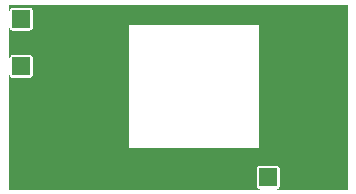
<source format=gbr>
G04 #@! TF.FileFunction,Copper,L2,Bot,Signal*
%FSLAX46Y46*%
G04 Gerber Fmt 4.6, Leading zero omitted, Abs format (unit mm)*
G04 Created by KiCad (PCBNEW 4.0.7) date 01/28/18 01:48:01*
%MOMM*%
%LPD*%
G01*
G04 APERTURE LIST*
%ADD10C,0.100000*%
%ADD11R,1.500000X1.500000*%
%ADD12C,0.508000*%
%ADD13C,0.400000*%
G04 APERTURE END LIST*
D10*
D11*
X129600000Y-83800000D03*
X129600000Y-87800000D03*
X129600000Y-85800000D03*
X152500000Y-97200000D03*
X150500000Y-97200000D03*
D12*
X134800000Y-87100000D03*
X134800000Y-86500000D03*
X134250000Y-87400000D03*
X134800000Y-85900000D03*
X136050000Y-86500000D03*
X135450000Y-86500000D03*
X134300000Y-85500000D03*
X133700000Y-85500000D03*
X133100000Y-85500000D03*
X132500000Y-85500000D03*
X155500000Y-95300000D03*
X154900000Y-95900000D03*
X155500000Y-95900000D03*
X154900000Y-95300000D03*
X156100000Y-95300000D03*
X156100000Y-95900000D03*
X154900000Y-85600000D03*
X153700000Y-85600000D03*
X153100000Y-85000000D03*
X153700000Y-85000000D03*
X154300000Y-85000000D03*
X153100000Y-85600000D03*
X154300000Y-85600000D03*
X155500000Y-85600000D03*
X154900000Y-85000000D03*
X155500000Y-85000000D03*
X133800000Y-96200000D03*
X129200000Y-96200000D03*
X130000000Y-89750000D03*
X131231250Y-92312500D03*
X131943750Y-92312500D03*
X132656250Y-92312500D03*
X133368750Y-92312500D03*
X133368750Y-91487500D03*
X132656250Y-91487500D03*
X131943750Y-91487500D03*
X131231250Y-91487500D03*
D13*
X131250000Y-92300000D02*
X131243750Y-92300000D01*
X131243750Y-92300000D02*
X131231250Y-92312500D01*
X131950000Y-92300000D02*
X131950000Y-92306250D01*
X131950000Y-92306250D02*
X131943750Y-92312500D01*
X132600000Y-92300000D02*
X132643750Y-92300000D01*
X132643750Y-92300000D02*
X132656250Y-92312500D01*
X133356250Y-92300000D02*
X133350000Y-92300000D01*
X133368750Y-92312500D02*
X133356250Y-92300000D01*
X133350000Y-91500000D02*
X133356250Y-91500000D01*
X133356250Y-91500000D02*
X133368750Y-91487500D01*
X132650000Y-91500000D02*
X132650000Y-91493750D01*
X132650000Y-91493750D02*
X132656250Y-91487500D01*
X131950000Y-91500000D02*
X131950000Y-91493750D01*
X131950000Y-91493750D02*
X131943750Y-91487500D01*
X131250000Y-91500000D02*
X131243750Y-91500000D01*
X131243750Y-91500000D02*
X131231250Y-91487500D01*
D10*
G36*
X157200000Y-98200000D02*
X151265160Y-98200000D01*
X151289811Y-98198034D01*
X151357336Y-98177123D01*
X151416362Y-98138228D01*
X151462214Y-98084429D01*
X151491263Y-98019985D01*
X151501209Y-97950000D01*
X151501209Y-96450000D01*
X151498034Y-96410189D01*
X151477123Y-96342664D01*
X151438228Y-96283638D01*
X151384429Y-96237786D01*
X151319985Y-96208737D01*
X151250000Y-96198791D01*
X149750000Y-96198791D01*
X149710189Y-96201966D01*
X149642664Y-96222877D01*
X149583638Y-96261772D01*
X149537786Y-96315571D01*
X149508737Y-96380015D01*
X149498791Y-96450000D01*
X149498791Y-97950000D01*
X149501966Y-97989811D01*
X149522877Y-98057336D01*
X149561772Y-98116362D01*
X149615571Y-98162214D01*
X149680015Y-98191263D01*
X149741493Y-98200000D01*
X128600000Y-98200000D01*
X128600000Y-88565160D01*
X128601966Y-88589811D01*
X128622877Y-88657336D01*
X128661772Y-88716362D01*
X128715571Y-88762214D01*
X128780015Y-88791263D01*
X128850000Y-88801209D01*
X130350000Y-88801209D01*
X130389811Y-88798034D01*
X130457336Y-88777123D01*
X130516362Y-88738228D01*
X130562214Y-88684429D01*
X130591263Y-88619985D01*
X130601209Y-88550000D01*
X130601209Y-87050000D01*
X130598034Y-87010189D01*
X130577123Y-86942664D01*
X130538228Y-86883638D01*
X130484429Y-86837786D01*
X130419985Y-86808737D01*
X130350000Y-86798791D01*
X128850000Y-86798791D01*
X128810189Y-86801966D01*
X128742664Y-86822877D01*
X128683638Y-86861772D01*
X128637786Y-86915571D01*
X128608737Y-86980015D01*
X128600000Y-87041493D01*
X128600000Y-84565160D01*
X128601966Y-84589811D01*
X128622877Y-84657336D01*
X128661772Y-84716362D01*
X128715571Y-84762214D01*
X128780015Y-84791263D01*
X128850000Y-84801209D01*
X130350000Y-84801209D01*
X130389811Y-84798034D01*
X130457336Y-84777123D01*
X130516362Y-84738228D01*
X130562214Y-84684429D01*
X130591263Y-84619985D01*
X130601209Y-84550000D01*
X130601209Y-84300000D01*
X138650000Y-84300000D01*
X138650000Y-94700000D01*
X138653419Y-94718173D01*
X138664160Y-94734864D01*
X138680547Y-94746061D01*
X138700000Y-94750000D01*
X149700000Y-94750000D01*
X149718173Y-94746581D01*
X149734864Y-94735840D01*
X149746061Y-94719453D01*
X149750000Y-94700000D01*
X149750000Y-84300000D01*
X149746581Y-84281827D01*
X149735840Y-84265136D01*
X149719453Y-84253939D01*
X149700000Y-84250000D01*
X138700000Y-84250000D01*
X138681827Y-84253419D01*
X138665136Y-84264160D01*
X138653939Y-84280547D01*
X138650000Y-84300000D01*
X130601209Y-84300000D01*
X130601209Y-83050000D01*
X130598034Y-83010189D01*
X130577123Y-82942664D01*
X130538228Y-82883638D01*
X130484429Y-82837786D01*
X130419985Y-82808737D01*
X130350000Y-82798791D01*
X128850000Y-82798791D01*
X128810189Y-82801966D01*
X128742664Y-82822877D01*
X128683638Y-82861772D01*
X128637786Y-82915571D01*
X128608737Y-82980015D01*
X128600000Y-83041493D01*
X128600000Y-82650000D01*
X157200000Y-82650000D01*
X157200000Y-98200000D01*
X157200000Y-98200000D01*
G37*
X157200000Y-98200000D02*
X151265160Y-98200000D01*
X151289811Y-98198034D01*
X151357336Y-98177123D01*
X151416362Y-98138228D01*
X151462214Y-98084429D01*
X151491263Y-98019985D01*
X151501209Y-97950000D01*
X151501209Y-96450000D01*
X151498034Y-96410189D01*
X151477123Y-96342664D01*
X151438228Y-96283638D01*
X151384429Y-96237786D01*
X151319985Y-96208737D01*
X151250000Y-96198791D01*
X149750000Y-96198791D01*
X149710189Y-96201966D01*
X149642664Y-96222877D01*
X149583638Y-96261772D01*
X149537786Y-96315571D01*
X149508737Y-96380015D01*
X149498791Y-96450000D01*
X149498791Y-97950000D01*
X149501966Y-97989811D01*
X149522877Y-98057336D01*
X149561772Y-98116362D01*
X149615571Y-98162214D01*
X149680015Y-98191263D01*
X149741493Y-98200000D01*
X128600000Y-98200000D01*
X128600000Y-88565160D01*
X128601966Y-88589811D01*
X128622877Y-88657336D01*
X128661772Y-88716362D01*
X128715571Y-88762214D01*
X128780015Y-88791263D01*
X128850000Y-88801209D01*
X130350000Y-88801209D01*
X130389811Y-88798034D01*
X130457336Y-88777123D01*
X130516362Y-88738228D01*
X130562214Y-88684429D01*
X130591263Y-88619985D01*
X130601209Y-88550000D01*
X130601209Y-87050000D01*
X130598034Y-87010189D01*
X130577123Y-86942664D01*
X130538228Y-86883638D01*
X130484429Y-86837786D01*
X130419985Y-86808737D01*
X130350000Y-86798791D01*
X128850000Y-86798791D01*
X128810189Y-86801966D01*
X128742664Y-86822877D01*
X128683638Y-86861772D01*
X128637786Y-86915571D01*
X128608737Y-86980015D01*
X128600000Y-87041493D01*
X128600000Y-84565160D01*
X128601966Y-84589811D01*
X128622877Y-84657336D01*
X128661772Y-84716362D01*
X128715571Y-84762214D01*
X128780015Y-84791263D01*
X128850000Y-84801209D01*
X130350000Y-84801209D01*
X130389811Y-84798034D01*
X130457336Y-84777123D01*
X130516362Y-84738228D01*
X130562214Y-84684429D01*
X130591263Y-84619985D01*
X130601209Y-84550000D01*
X130601209Y-84300000D01*
X138650000Y-84300000D01*
X138650000Y-94700000D01*
X138653419Y-94718173D01*
X138664160Y-94734864D01*
X138680547Y-94746061D01*
X138700000Y-94750000D01*
X149700000Y-94750000D01*
X149718173Y-94746581D01*
X149734864Y-94735840D01*
X149746061Y-94719453D01*
X149750000Y-94700000D01*
X149750000Y-84300000D01*
X149746581Y-84281827D01*
X149735840Y-84265136D01*
X149719453Y-84253939D01*
X149700000Y-84250000D01*
X138700000Y-84250000D01*
X138681827Y-84253419D01*
X138665136Y-84264160D01*
X138653939Y-84280547D01*
X138650000Y-84300000D01*
X130601209Y-84300000D01*
X130601209Y-83050000D01*
X130598034Y-83010189D01*
X130577123Y-82942664D01*
X130538228Y-82883638D01*
X130484429Y-82837786D01*
X130419985Y-82808737D01*
X130350000Y-82798791D01*
X128850000Y-82798791D01*
X128810189Y-82801966D01*
X128742664Y-82822877D01*
X128683638Y-82861772D01*
X128637786Y-82915571D01*
X128608737Y-82980015D01*
X128600000Y-83041493D01*
X128600000Y-82650000D01*
X157200000Y-82650000D01*
X157200000Y-98200000D01*
M02*

</source>
